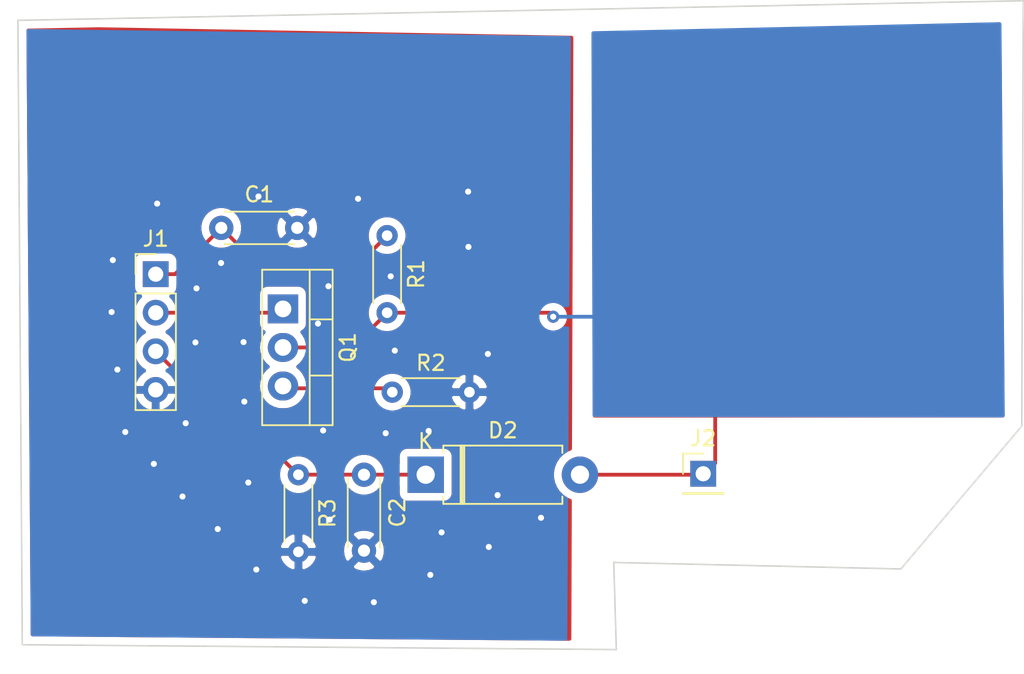
<source format=kicad_pcb>
(kicad_pcb (version 20171130) (host pcbnew 5.99.0+really5.1.10+dfsg1-1)

  (general
    (thickness 1.6)
    (drawings 7)
    (tracks 66)
    (zones 0)
    (modules 9)
    (nets 8)
  )

  (page A4)
  (layers
    (0 F.Cu signal)
    (31 B.Cu signal)
    (32 B.Adhes user)
    (33 F.Adhes user)
    (34 B.Paste user)
    (35 F.Paste user)
    (36 B.SilkS user)
    (37 F.SilkS user)
    (38 B.Mask user)
    (39 F.Mask user)
    (40 Dwgs.User user)
    (41 Cmts.User user)
    (42 Eco1.User user)
    (43 Eco2.User user)
    (44 Edge.Cuts user)
    (45 Margin user)
    (46 B.CrtYd user)
    (47 F.CrtYd user)
    (48 B.Fab user)
    (49 F.Fab user)
  )

  (setup
    (last_trace_width 0.25)
    (trace_clearance 0.2)
    (zone_clearance 0.508)
    (zone_45_only no)
    (trace_min 0.2)
    (via_size 0.8)
    (via_drill 0.4)
    (via_min_size 0.4)
    (via_min_drill 0.3)
    (uvia_size 0.3)
    (uvia_drill 0.1)
    (uvias_allowed no)
    (uvia_min_size 0.2)
    (uvia_min_drill 0.1)
    (edge_width 0.05)
    (segment_width 0.2)
    (pcb_text_width 0.3)
    (pcb_text_size 1.5 1.5)
    (mod_edge_width 0.12)
    (mod_text_size 1 1)
    (mod_text_width 0.15)
    (pad_size 1.524 1.524)
    (pad_drill 0.762)
    (pad_to_mask_clearance 0)
    (aux_axis_origin 0 0)
    (visible_elements FFFFFFFF)
    (pcbplotparams
      (layerselection 0x010f0_ffffffff)
      (usegerberextensions false)
      (usegerberattributes true)
      (usegerberadvancedattributes true)
      (creategerberjobfile true)
      (excludeedgelayer true)
      (linewidth 0.100000)
      (plotframeref false)
      (viasonmask false)
      (mode 1)
      (useauxorigin false)
      (hpglpennumber 1)
      (hpglpenspeed 20)
      (hpglpendiameter 15.000000)
      (psnegative false)
      (psa4output false)
      (plotreference true)
      (plotvalue true)
      (plotinvisibletext false)
      (padsonsilk false)
      (subtractmaskfromsilk false)
      (outputformat 1)
      (mirror false)
      (drillshape 0)
      (scaleselection 1)
      (outputdirectory "../out/"))
  )

  (net 0 "")
  (net 1 GND)
  (net 2 din)
  (net 3 +3V3)
  (net 4 "Net-(Q1-Pad3)")
  (net 5 aout)
  (net 6 "Net-(D2-Pad2)")
  (net 7 "Net-(Q1-Pad2)")

  (net_class Default "This is the default net class."
    (clearance 0.2)
    (trace_width 0.25)
    (via_dia 0.8)
    (via_drill 0.4)
    (uvia_dia 0.3)
    (uvia_drill 0.1)
    (add_net +3V3)
    (add_net GND)
    (add_net "Net-(D2-Pad2)")
    (add_net "Net-(Q1-Pad2)")
    (add_net "Net-(Q1-Pad3)")
    (add_net aout)
    (add_net din)
  )

  (module Connector_PinHeader_2.54mm:PinHeader_1x01_P2.54mm_Vertical (layer F.Cu) (tedit 59FED5CC) (tstamp 60CD5DF1)
    (at 203.95 91.63)
    (descr "Through hole straight pin header, 1x01, 2.54mm pitch, single row")
    (tags "Through hole pin header THT 1x01 2.54mm single row")
    (path /60C11B61/60CE421D)
    (fp_text reference J2 (at 0 -2.33) (layer F.SilkS)
      (effects (font (size 1 1) (thickness 0.15)))
    )
    (fp_text value Conn_01x01_Male (at 0 2.33) (layer F.Fab)
      (effects (font (size 1 1) (thickness 0.15)))
    )
    (fp_text user %R (at 0 0 90) (layer F.Fab)
      (effects (font (size 1 1) (thickness 0.15)))
    )
    (fp_line (start -0.635 -1.27) (end 1.27 -1.27) (layer F.Fab) (width 0.1))
    (fp_line (start 1.27 -1.27) (end 1.27 1.27) (layer F.Fab) (width 0.1))
    (fp_line (start 1.27 1.27) (end -1.27 1.27) (layer F.Fab) (width 0.1))
    (fp_line (start -1.27 1.27) (end -1.27 -0.635) (layer F.Fab) (width 0.1))
    (fp_line (start -1.27 -0.635) (end -0.635 -1.27) (layer F.Fab) (width 0.1))
    (fp_line (start -1.33 1.33) (end 1.33 1.33) (layer F.SilkS) (width 0.12))
    (fp_line (start -1.33 1.27) (end -1.33 1.33) (layer F.SilkS) (width 0.12))
    (fp_line (start 1.33 1.27) (end 1.33 1.33) (layer F.SilkS) (width 0.12))
    (fp_line (start -1.33 1.27) (end 1.33 1.27) (layer F.SilkS) (width 0.12))
    (fp_line (start -1.33 0) (end -1.33 -1.33) (layer F.SilkS) (width 0.12))
    (fp_line (start -1.33 -1.33) (end 0 -1.33) (layer F.SilkS) (width 0.12))
    (fp_line (start -1.8 -1.8) (end -1.8 1.8) (layer F.CrtYd) (width 0.05))
    (fp_line (start -1.8 1.8) (end 1.8 1.8) (layer F.CrtYd) (width 0.05))
    (fp_line (start 1.8 1.8) (end 1.8 -1.8) (layer F.CrtYd) (width 0.05))
    (fp_line (start 1.8 -1.8) (end -1.8 -1.8) (layer F.CrtYd) (width 0.05))
    (pad 1 thru_hole rect (at 0 0) (size 1.7 1.7) (drill 1) (layers *.Cu *.Mask)
      (net 6 "Net-(D2-Pad2)"))
    (model ${KISYS3DMOD}/Connector_PinHeader_2.54mm.3dshapes/PinHeader_1x01_P2.54mm_Vertical.wrl
      (at (xyz 0 0 0))
      (scale (xyz 1 1 1))
      (rotate (xyz 0 0 0))
    )
  )

  (module Resistor_THT:R_Axial_DIN0204_L3.6mm_D1.6mm_P5.08mm_Horizontal (layer F.Cu) (tedit 5AE5139B) (tstamp 60CD4FF6)
    (at 177.292 91.694 270)
    (descr "Resistor, Axial_DIN0204 series, Axial, Horizontal, pin pitch=5.08mm, 0.167W, length*diameter=3.6*1.6mm^2, http://cdn-reichelt.de/documents/datenblatt/B400/1_4W%23YAG.pdf")
    (tags "Resistor Axial_DIN0204 series Axial Horizontal pin pitch 5.08mm 0.167W length 3.6mm diameter 1.6mm")
    (path /60C11B61/60C991BD)
    (fp_text reference R3 (at 2.54 -1.92 90) (layer F.SilkS)
      (effects (font (size 1 1) (thickness 0.15)))
    )
    (fp_text value R (at 2.54 1.92 90) (layer F.Fab)
      (effects (font (size 1 1) (thickness 0.15)))
    )
    (fp_text user %R (at 2.54 0 90) (layer F.Fab)
      (effects (font (size 0.72 0.72) (thickness 0.108)))
    )
    (fp_line (start 0.74 -0.8) (end 0.74 0.8) (layer F.Fab) (width 0.1))
    (fp_line (start 0.74 0.8) (end 4.34 0.8) (layer F.Fab) (width 0.1))
    (fp_line (start 4.34 0.8) (end 4.34 -0.8) (layer F.Fab) (width 0.1))
    (fp_line (start 4.34 -0.8) (end 0.74 -0.8) (layer F.Fab) (width 0.1))
    (fp_line (start 0 0) (end 0.74 0) (layer F.Fab) (width 0.1))
    (fp_line (start 5.08 0) (end 4.34 0) (layer F.Fab) (width 0.1))
    (fp_line (start 0.62 -0.92) (end 4.46 -0.92) (layer F.SilkS) (width 0.12))
    (fp_line (start 0.62 0.92) (end 4.46 0.92) (layer F.SilkS) (width 0.12))
    (fp_line (start -0.95 -1.05) (end -0.95 1.05) (layer F.CrtYd) (width 0.05))
    (fp_line (start -0.95 1.05) (end 6.03 1.05) (layer F.CrtYd) (width 0.05))
    (fp_line (start 6.03 1.05) (end 6.03 -1.05) (layer F.CrtYd) (width 0.05))
    (fp_line (start 6.03 -1.05) (end -0.95 -1.05) (layer F.CrtYd) (width 0.05))
    (pad 2 thru_hole oval (at 5.08 0 270) (size 1.4 1.4) (drill 0.7) (layers *.Cu *.Mask)
      (net 1 GND))
    (pad 1 thru_hole circle (at 0 0 270) (size 1.4 1.4) (drill 0.7) (layers *.Cu *.Mask)
      (net 5 aout))
    (model ${KISYS3DMOD}/Resistor_THT.3dshapes/R_Axial_DIN0204_L3.6mm_D1.6mm_P5.08mm_Horizontal.wrl
      (at (xyz 0 0 0))
      (scale (xyz 1 1 1))
      (rotate (xyz 0 0 0))
    )
  )

  (module Resistor_THT:R_Axial_DIN0204_L3.6mm_D1.6mm_P5.08mm_Horizontal (layer F.Cu) (tedit 5AE5139B) (tstamp 60CD4FE3)
    (at 183.474 86.256)
    (descr "Resistor, Axial_DIN0204 series, Axial, Horizontal, pin pitch=5.08mm, 0.167W, length*diameter=3.6*1.6mm^2, http://cdn-reichelt.de/documents/datenblatt/B400/1_4W%23YAG.pdf")
    (tags "Resistor Axial_DIN0204 series Axial Horizontal pin pitch 5.08mm 0.167W length 3.6mm diameter 1.6mm")
    (path /60C11B61/60C12C69)
    (fp_text reference R2 (at 2.54 -1.92) (layer F.SilkS)
      (effects (font (size 1 1) (thickness 0.15)))
    )
    (fp_text value R (at 2.54 1.92) (layer F.Fab)
      (effects (font (size 1 1) (thickness 0.15)))
    )
    (fp_text user %R (at 2.54 0) (layer F.Fab)
      (effects (font (size 0.72 0.72) (thickness 0.108)))
    )
    (fp_line (start 0.74 -0.8) (end 0.74 0.8) (layer F.Fab) (width 0.1))
    (fp_line (start 0.74 0.8) (end 4.34 0.8) (layer F.Fab) (width 0.1))
    (fp_line (start 4.34 0.8) (end 4.34 -0.8) (layer F.Fab) (width 0.1))
    (fp_line (start 4.34 -0.8) (end 0.74 -0.8) (layer F.Fab) (width 0.1))
    (fp_line (start 0 0) (end 0.74 0) (layer F.Fab) (width 0.1))
    (fp_line (start 5.08 0) (end 4.34 0) (layer F.Fab) (width 0.1))
    (fp_line (start 0.62 -0.92) (end 4.46 -0.92) (layer F.SilkS) (width 0.12))
    (fp_line (start 0.62 0.92) (end 4.46 0.92) (layer F.SilkS) (width 0.12))
    (fp_line (start -0.95 -1.05) (end -0.95 1.05) (layer F.CrtYd) (width 0.05))
    (fp_line (start -0.95 1.05) (end 6.03 1.05) (layer F.CrtYd) (width 0.05))
    (fp_line (start 6.03 1.05) (end 6.03 -1.05) (layer F.CrtYd) (width 0.05))
    (fp_line (start 6.03 -1.05) (end -0.95 -1.05) (layer F.CrtYd) (width 0.05))
    (pad 2 thru_hole oval (at 5.08 0) (size 1.4 1.4) (drill 0.7) (layers *.Cu *.Mask)
      (net 1 GND))
    (pad 1 thru_hole circle (at 0 0) (size 1.4 1.4) (drill 0.7) (layers *.Cu *.Mask)
      (net 4 "Net-(Q1-Pad3)"))
    (model ${KISYS3DMOD}/Resistor_THT.3dshapes/R_Axial_DIN0204_L3.6mm_D1.6mm_P5.08mm_Horizontal.wrl
      (at (xyz 0 0 0))
      (scale (xyz 1 1 1))
      (rotate (xyz 0 0 0))
    )
  )

  (module Resistor_THT:R_Axial_DIN0204_L3.6mm_D1.6mm_P5.08mm_Horizontal (layer F.Cu) (tedit 5AE5139B) (tstamp 60CD4FD0)
    (at 183.134 75.946 270)
    (descr "Resistor, Axial_DIN0204 series, Axial, Horizontal, pin pitch=5.08mm, 0.167W, length*diameter=3.6*1.6mm^2, http://cdn-reichelt.de/documents/datenblatt/B400/1_4W%23YAG.pdf")
    (tags "Resistor Axial_DIN0204 series Axial Horizontal pin pitch 5.08mm 0.167W length 3.6mm diameter 1.6mm")
    (path /60C11B61/60C93D6F)
    (fp_text reference R1 (at 2.54 -1.92 90) (layer F.SilkS)
      (effects (font (size 1 1) (thickness 0.15)))
    )
    (fp_text value R (at 2.54 1.92 90) (layer F.Fab)
      (effects (font (size 1 1) (thickness 0.15)))
    )
    (fp_text user %R (at 2.54 0 90) (layer F.Fab)
      (effects (font (size 0.72 0.72) (thickness 0.108)))
    )
    (fp_line (start 0.74 -0.8) (end 0.74 0.8) (layer F.Fab) (width 0.1))
    (fp_line (start 0.74 0.8) (end 4.34 0.8) (layer F.Fab) (width 0.1))
    (fp_line (start 4.34 0.8) (end 4.34 -0.8) (layer F.Fab) (width 0.1))
    (fp_line (start 4.34 -0.8) (end 0.74 -0.8) (layer F.Fab) (width 0.1))
    (fp_line (start 0 0) (end 0.74 0) (layer F.Fab) (width 0.1))
    (fp_line (start 5.08 0) (end 4.34 0) (layer F.Fab) (width 0.1))
    (fp_line (start 0.62 -0.92) (end 4.46 -0.92) (layer F.SilkS) (width 0.12))
    (fp_line (start 0.62 0.92) (end 4.46 0.92) (layer F.SilkS) (width 0.12))
    (fp_line (start -0.95 -1.05) (end -0.95 1.05) (layer F.CrtYd) (width 0.05))
    (fp_line (start -0.95 1.05) (end 6.03 1.05) (layer F.CrtYd) (width 0.05))
    (fp_line (start 6.03 1.05) (end 6.03 -1.05) (layer F.CrtYd) (width 0.05))
    (fp_line (start 6.03 -1.05) (end -0.95 -1.05) (layer F.CrtYd) (width 0.05))
    (pad 2 thru_hole oval (at 5.08 0 270) (size 1.4 1.4) (drill 0.7) (layers *.Cu *.Mask)
      (net 7 "Net-(Q1-Pad2)"))
    (pad 1 thru_hole circle (at 0 0 270) (size 1.4 1.4) (drill 0.7) (layers *.Cu *.Mask)
      (net 3 +3V3))
    (model ${KISYS3DMOD}/Resistor_THT.3dshapes/R_Axial_DIN0204_L3.6mm_D1.6mm_P5.08mm_Horizontal.wrl
      (at (xyz 0 0 0))
      (scale (xyz 1 1 1))
      (rotate (xyz 0 0 0))
    )
  )

  (module Package_TO_SOT_THT:TO-220-3_Vertical (layer F.Cu) (tedit 5AC8BA0D) (tstamp 60CD4FBD)
    (at 176.276 80.772 270)
    (descr "TO-220-3, Vertical, RM 2.54mm, see https://www.vishay.com/docs/66542/to-220-1.pdf")
    (tags "TO-220-3 Vertical RM 2.54mm")
    (path /60C11B61/60C127AE)
    (fp_text reference Q1 (at 2.54 -4.27 90) (layer F.SilkS)
      (effects (font (size 1 1) (thickness 0.15)))
    )
    (fp_text value FQP27P06 (at 2.54 2.5 90) (layer F.Fab)
      (effects (font (size 1 1) (thickness 0.15)))
    )
    (fp_text user %R (at 2.54 -4.27 90) (layer F.Fab)
      (effects (font (size 1 1) (thickness 0.15)))
    )
    (fp_line (start -2.46 -3.15) (end -2.46 1.25) (layer F.Fab) (width 0.1))
    (fp_line (start -2.46 1.25) (end 7.54 1.25) (layer F.Fab) (width 0.1))
    (fp_line (start 7.54 1.25) (end 7.54 -3.15) (layer F.Fab) (width 0.1))
    (fp_line (start 7.54 -3.15) (end -2.46 -3.15) (layer F.Fab) (width 0.1))
    (fp_line (start -2.46 -1.88) (end 7.54 -1.88) (layer F.Fab) (width 0.1))
    (fp_line (start 0.69 -3.15) (end 0.69 -1.88) (layer F.Fab) (width 0.1))
    (fp_line (start 4.39 -3.15) (end 4.39 -1.88) (layer F.Fab) (width 0.1))
    (fp_line (start -2.58 -3.27) (end 7.66 -3.27) (layer F.SilkS) (width 0.12))
    (fp_line (start -2.58 1.371) (end 7.66 1.371) (layer F.SilkS) (width 0.12))
    (fp_line (start -2.58 -3.27) (end -2.58 1.371) (layer F.SilkS) (width 0.12))
    (fp_line (start 7.66 -3.27) (end 7.66 1.371) (layer F.SilkS) (width 0.12))
    (fp_line (start -2.58 -1.76) (end 7.66 -1.76) (layer F.SilkS) (width 0.12))
    (fp_line (start 0.69 -3.27) (end 0.69 -1.76) (layer F.SilkS) (width 0.12))
    (fp_line (start 4.391 -3.27) (end 4.391 -1.76) (layer F.SilkS) (width 0.12))
    (fp_line (start -2.71 -3.4) (end -2.71 1.51) (layer F.CrtYd) (width 0.05))
    (fp_line (start -2.71 1.51) (end 7.79 1.51) (layer F.CrtYd) (width 0.05))
    (fp_line (start 7.79 1.51) (end 7.79 -3.4) (layer F.CrtYd) (width 0.05))
    (fp_line (start 7.79 -3.4) (end -2.71 -3.4) (layer F.CrtYd) (width 0.05))
    (pad 3 thru_hole oval (at 5.08 0 270) (size 1.905 2) (drill 1.1) (layers *.Cu *.Mask)
      (net 4 "Net-(Q1-Pad3)"))
    (pad 2 thru_hole oval (at 2.54 0 270) (size 1.905 2) (drill 1.1) (layers *.Cu *.Mask)
      (net 7 "Net-(Q1-Pad2)"))
    (pad 1 thru_hole rect (at 0 0 270) (size 1.905 2) (drill 1.1) (layers *.Cu *.Mask)
      (net 2 din))
    (model ${KISYS3DMOD}/Package_TO_SOT_THT.3dshapes/TO-220-3_Vertical.wrl
      (at (xyz 0 0 0))
      (scale (xyz 1 1 1))
      (rotate (xyz 0 0 0))
    )
  )

  (module Connector_PinHeader_2.54mm:PinHeader_1x04_P2.54mm_Vertical (layer F.Cu) (tedit 59FED5CC) (tstamp 60CD4FA3)
    (at 167.894 78.486)
    (descr "Through hole straight pin header, 1x04, 2.54mm pitch, single row")
    (tags "Through hole pin header THT 1x04 2.54mm single row")
    (path /60C11B61/60C2805B)
    (fp_text reference J1 (at 0 -2.33) (layer F.SilkS)
      (effects (font (size 1 1) (thickness 0.15)))
    )
    (fp_text value Conn_01x04_Male (at 0 9.95) (layer F.Fab)
      (effects (font (size 1 1) (thickness 0.15)))
    )
    (fp_text user %R (at 0 3.81 90) (layer F.Fab)
      (effects (font (size 1 1) (thickness 0.15)))
    )
    (fp_line (start -0.635 -1.27) (end 1.27 -1.27) (layer F.Fab) (width 0.1))
    (fp_line (start 1.27 -1.27) (end 1.27 8.89) (layer F.Fab) (width 0.1))
    (fp_line (start 1.27 8.89) (end -1.27 8.89) (layer F.Fab) (width 0.1))
    (fp_line (start -1.27 8.89) (end -1.27 -0.635) (layer F.Fab) (width 0.1))
    (fp_line (start -1.27 -0.635) (end -0.635 -1.27) (layer F.Fab) (width 0.1))
    (fp_line (start -1.33 8.95) (end 1.33 8.95) (layer F.SilkS) (width 0.12))
    (fp_line (start -1.33 1.27) (end -1.33 8.95) (layer F.SilkS) (width 0.12))
    (fp_line (start 1.33 1.27) (end 1.33 8.95) (layer F.SilkS) (width 0.12))
    (fp_line (start -1.33 1.27) (end 1.33 1.27) (layer F.SilkS) (width 0.12))
    (fp_line (start -1.33 0) (end -1.33 -1.33) (layer F.SilkS) (width 0.12))
    (fp_line (start -1.33 -1.33) (end 0 -1.33) (layer F.SilkS) (width 0.12))
    (fp_line (start -1.8 -1.8) (end -1.8 9.4) (layer F.CrtYd) (width 0.05))
    (fp_line (start -1.8 9.4) (end 1.8 9.4) (layer F.CrtYd) (width 0.05))
    (fp_line (start 1.8 9.4) (end 1.8 -1.8) (layer F.CrtYd) (width 0.05))
    (fp_line (start 1.8 -1.8) (end -1.8 -1.8) (layer F.CrtYd) (width 0.05))
    (pad 4 thru_hole oval (at 0 7.62) (size 1.7 1.7) (drill 1) (layers *.Cu *.Mask)
      (net 1 GND))
    (pad 3 thru_hole oval (at 0 5.08) (size 1.7 1.7) (drill 1) (layers *.Cu *.Mask)
      (net 5 aout))
    (pad 2 thru_hole oval (at 0 2.54) (size 1.7 1.7) (drill 1) (layers *.Cu *.Mask)
      (net 2 din))
    (pad 1 thru_hole rect (at 0 0) (size 1.7 1.7) (drill 1) (layers *.Cu *.Mask)
      (net 3 +3V3))
    (model ${KISYS3DMOD}/Connector_PinHeader_2.54mm.3dshapes/PinHeader_1x04_P2.54mm_Vertical.wrl
      (at (xyz 0 0 0))
      (scale (xyz 1 1 1))
      (rotate (xyz 0 0 0))
    )
  )

  (module Diode_THT:D_DO-15_P10.16mm_Horizontal (layer F.Cu) (tedit 5AE50CD5) (tstamp 60CD4F8B)
    (at 185.674 91.694)
    (descr "Diode, DO-15 series, Axial, Horizontal, pin pitch=10.16mm, , length*diameter=7.6*3.6mm^2, , http://www.diodes.com/_files/packages/DO-15.pdf")
    (tags "Diode DO-15 series Axial Horizontal pin pitch 10.16mm  length 7.6mm diameter 3.6mm")
    (path /60C11B61/60C978B9)
    (fp_text reference D2 (at 5.08 -2.92) (layer F.SilkS)
      (effects (font (size 1 1) (thickness 0.15)))
    )
    (fp_text value D (at 5.08 2.92) (layer F.Fab)
      (effects (font (size 1 1) (thickness 0.15)))
    )
    (fp_text user K (at 0 -2.2) (layer F.SilkS)
      (effects (font (size 1 1) (thickness 0.15)))
    )
    (fp_text user K (at 0 -2.2) (layer F.Fab)
      (effects (font (size 1 1) (thickness 0.15)))
    )
    (fp_text user %R (at 5.65 0) (layer F.Fab)
      (effects (font (size 1 1) (thickness 0.15)))
    )
    (fp_line (start 1.28 -1.8) (end 1.28 1.8) (layer F.Fab) (width 0.1))
    (fp_line (start 1.28 1.8) (end 8.88 1.8) (layer F.Fab) (width 0.1))
    (fp_line (start 8.88 1.8) (end 8.88 -1.8) (layer F.Fab) (width 0.1))
    (fp_line (start 8.88 -1.8) (end 1.28 -1.8) (layer F.Fab) (width 0.1))
    (fp_line (start 0 0) (end 1.28 0) (layer F.Fab) (width 0.1))
    (fp_line (start 10.16 0) (end 8.88 0) (layer F.Fab) (width 0.1))
    (fp_line (start 2.42 -1.8) (end 2.42 1.8) (layer F.Fab) (width 0.1))
    (fp_line (start 2.52 -1.8) (end 2.52 1.8) (layer F.Fab) (width 0.1))
    (fp_line (start 2.32 -1.8) (end 2.32 1.8) (layer F.Fab) (width 0.1))
    (fp_line (start 1.16 -1.44) (end 1.16 -1.92) (layer F.SilkS) (width 0.12))
    (fp_line (start 1.16 -1.92) (end 9 -1.92) (layer F.SilkS) (width 0.12))
    (fp_line (start 9 -1.92) (end 9 -1.44) (layer F.SilkS) (width 0.12))
    (fp_line (start 1.16 1.44) (end 1.16 1.92) (layer F.SilkS) (width 0.12))
    (fp_line (start 1.16 1.92) (end 9 1.92) (layer F.SilkS) (width 0.12))
    (fp_line (start 9 1.92) (end 9 1.44) (layer F.SilkS) (width 0.12))
    (fp_line (start 2.42 -1.92) (end 2.42 1.92) (layer F.SilkS) (width 0.12))
    (fp_line (start 2.54 -1.92) (end 2.54 1.92) (layer F.SilkS) (width 0.12))
    (fp_line (start 2.3 -1.92) (end 2.3 1.92) (layer F.SilkS) (width 0.12))
    (fp_line (start -1.45 -2.05) (end -1.45 2.05) (layer F.CrtYd) (width 0.05))
    (fp_line (start -1.45 2.05) (end 11.61 2.05) (layer F.CrtYd) (width 0.05))
    (fp_line (start 11.61 2.05) (end 11.61 -2.05) (layer F.CrtYd) (width 0.05))
    (fp_line (start 11.61 -2.05) (end -1.45 -2.05) (layer F.CrtYd) (width 0.05))
    (pad 2 thru_hole oval (at 10.16 0) (size 2.4 2.4) (drill 1.2) (layers *.Cu *.Mask)
      (net 6 "Net-(D2-Pad2)"))
    (pad 1 thru_hole rect (at 0 0) (size 2.4 2.4) (drill 1.2) (layers *.Cu *.Mask)
      (net 5 aout))
    (model ${KISYS3DMOD}/Diode_THT.3dshapes/D_DO-15_P10.16mm_Horizontal.wrl
      (at (xyz 0 0 0))
      (scale (xyz 1 1 1))
      (rotate (xyz 0 0 0))
    )
  )

  (module Capacitor_THT:C_Disc_D4.3mm_W1.9mm_P5.00mm (layer F.Cu) (tedit 5AE50EF0) (tstamp 60CD4F6C)
    (at 181.61 91.694 270)
    (descr "C, Disc series, Radial, pin pitch=5.00mm, , diameter*width=4.3*1.9mm^2, Capacitor, http://www.vishay.com/docs/45233/krseries.pdf")
    (tags "C Disc series Radial pin pitch 5.00mm  diameter 4.3mm width 1.9mm Capacitor")
    (path /60C11B61/60C98A5C)
    (fp_text reference C2 (at 2.5 -2.2 90) (layer F.SilkS)
      (effects (font (size 1 1) (thickness 0.15)))
    )
    (fp_text value C (at 2.5 2.2 90) (layer F.Fab)
      (effects (font (size 1 1) (thickness 0.15)))
    )
    (fp_text user %R (at 2.5 0 90) (layer F.Fab)
      (effects (font (size 0.86 0.86) (thickness 0.129)))
    )
    (fp_line (start 0.35 -0.95) (end 0.35 0.95) (layer F.Fab) (width 0.1))
    (fp_line (start 0.35 0.95) (end 4.65 0.95) (layer F.Fab) (width 0.1))
    (fp_line (start 4.65 0.95) (end 4.65 -0.95) (layer F.Fab) (width 0.1))
    (fp_line (start 4.65 -0.95) (end 0.35 -0.95) (layer F.Fab) (width 0.1))
    (fp_line (start 0.23 -1.07) (end 4.77 -1.07) (layer F.SilkS) (width 0.12))
    (fp_line (start 0.23 1.07) (end 4.77 1.07) (layer F.SilkS) (width 0.12))
    (fp_line (start 0.23 -1.07) (end 0.23 -1.055) (layer F.SilkS) (width 0.12))
    (fp_line (start 0.23 1.055) (end 0.23 1.07) (layer F.SilkS) (width 0.12))
    (fp_line (start 4.77 -1.07) (end 4.77 -1.055) (layer F.SilkS) (width 0.12))
    (fp_line (start 4.77 1.055) (end 4.77 1.07) (layer F.SilkS) (width 0.12))
    (fp_line (start -1.05 -1.2) (end -1.05 1.2) (layer F.CrtYd) (width 0.05))
    (fp_line (start -1.05 1.2) (end 6.05 1.2) (layer F.CrtYd) (width 0.05))
    (fp_line (start 6.05 1.2) (end 6.05 -1.2) (layer F.CrtYd) (width 0.05))
    (fp_line (start 6.05 -1.2) (end -1.05 -1.2) (layer F.CrtYd) (width 0.05))
    (pad 2 thru_hole circle (at 5 0 270) (size 1.6 1.6) (drill 0.8) (layers *.Cu *.Mask)
      (net 1 GND))
    (pad 1 thru_hole circle (at 0 0 270) (size 1.6 1.6) (drill 0.8) (layers *.Cu *.Mask)
      (net 5 aout))
    (model ${KISYS3DMOD}/Capacitor_THT.3dshapes/C_Disc_D4.3mm_W1.9mm_P5.00mm.wrl
      (at (xyz 0 0 0))
      (scale (xyz 1 1 1))
      (rotate (xyz 0 0 0))
    )
  )

  (module Capacitor_THT:C_Disc_D4.3mm_W1.9mm_P5.00mm (layer F.Cu) (tedit 5AE50EF0) (tstamp 60CD4F57)
    (at 172.212 75.438)
    (descr "C, Disc series, Radial, pin pitch=5.00mm, , diameter*width=4.3*1.9mm^2, Capacitor, http://www.vishay.com/docs/45233/krseries.pdf")
    (tags "C Disc series Radial pin pitch 5.00mm  diameter 4.3mm width 1.9mm Capacitor")
    (path /60C11B61/60C143B1)
    (fp_text reference C1 (at 2.5 -2.2) (layer F.SilkS)
      (effects (font (size 1 1) (thickness 0.15)))
    )
    (fp_text value C (at 2.5 2.2) (layer F.Fab)
      (effects (font (size 1 1) (thickness 0.15)))
    )
    (fp_text user %R (at 2.5 0) (layer F.Fab)
      (effects (font (size 0.86 0.86) (thickness 0.129)))
    )
    (fp_line (start 0.35 -0.95) (end 0.35 0.95) (layer F.Fab) (width 0.1))
    (fp_line (start 0.35 0.95) (end 4.65 0.95) (layer F.Fab) (width 0.1))
    (fp_line (start 4.65 0.95) (end 4.65 -0.95) (layer F.Fab) (width 0.1))
    (fp_line (start 4.65 -0.95) (end 0.35 -0.95) (layer F.Fab) (width 0.1))
    (fp_line (start 0.23 -1.07) (end 4.77 -1.07) (layer F.SilkS) (width 0.12))
    (fp_line (start 0.23 1.07) (end 4.77 1.07) (layer F.SilkS) (width 0.12))
    (fp_line (start 0.23 -1.07) (end 0.23 -1.055) (layer F.SilkS) (width 0.12))
    (fp_line (start 0.23 1.055) (end 0.23 1.07) (layer F.SilkS) (width 0.12))
    (fp_line (start 4.77 -1.07) (end 4.77 -1.055) (layer F.SilkS) (width 0.12))
    (fp_line (start 4.77 1.055) (end 4.77 1.07) (layer F.SilkS) (width 0.12))
    (fp_line (start -1.05 -1.2) (end -1.05 1.2) (layer F.CrtYd) (width 0.05))
    (fp_line (start -1.05 1.2) (end 6.05 1.2) (layer F.CrtYd) (width 0.05))
    (fp_line (start 6.05 1.2) (end 6.05 -1.2) (layer F.CrtYd) (width 0.05))
    (fp_line (start 6.05 -1.2) (end -1.05 -1.2) (layer F.CrtYd) (width 0.05))
    (pad 2 thru_hole circle (at 5 0) (size 1.6 1.6) (drill 0.8) (layers *.Cu *.Mask)
      (net 1 GND))
    (pad 1 thru_hole circle (at 0 0) (size 1.6 1.6) (drill 0.8) (layers *.Cu *.Mask)
      (net 3 +3V3))
    (model ${KISYS3DMOD}/Capacitor_THT.3dshapes/C_Disc_D4.3mm_W1.9mm_P5.00mm.wrl
      (at (xyz 0 0 0))
      (scale (xyz 1 1 1))
      (rotate (xyz 0 0 0))
    )
  )

  (gr_line (start 225.03 60.48) (end 224.93 88.49) (layer Edge.Cuts) (width 0.1))
  (gr_line (start 158.82 61.77) (end 225.03 60.48) (layer Edge.Cuts) (width 0.1))
  (gr_line (start 159.11 102.89) (end 158.82 61.77) (layer Edge.Cuts) (width 0.1))
  (gr_line (start 198.23 103.21) (end 159.11 102.89) (layer Edge.Cuts) (width 0.1))
  (gr_line (start 198.06 97.47) (end 198.23 103.21) (layer Edge.Cuts) (width 0.1))
  (gr_line (start 216.97 97.9) (end 198.06 97.47) (layer Edge.Cuts) (width 0.1))
  (gr_line (start 224.93 88.49) (end 216.97 97.9) (layer Edge.Cuts) (width 0.1))

  (via (at 170.51 82.98) (size 0.8) (drill 0.4) (layers F.Cu B.Cu) (net 1))
  (via (at 173.68 82.96) (size 0.8) (drill 0.4) (layers F.Cu B.Cu) (net 1))
  (via (at 173.73 86.88) (size 0.8) (drill 0.4) (layers F.Cu B.Cu) (net 1))
  (via (at 178.92 88.78) (size 0.8) (drill 0.4) (layers F.Cu B.Cu) (net 1))
  (via (at 185.87 88.81) (size 0.8) (drill 0.4) (layers F.Cu B.Cu) (net 1))
  (via (at 183.64 83.52) (size 0.8) (drill 0.4) (layers F.Cu B.Cu) (net 1))
  (via (at 189.77 83.74) (size 0.8) (drill 0.4) (layers F.Cu B.Cu) (net 1))
  (via (at 170.58 79.42) (size 0.8) (drill 0.4) (layers F.Cu B.Cu) (net 1))
  (via (at 172.2 77.75) (size 0.8) (drill 0.4) (layers F.Cu B.Cu) (net 1))
  (via (at 179.27 79.28) (size 0.8) (drill 0.4) (layers F.Cu B.Cu) (net 1))
  (via (at 178.58 81.74) (size 0.8) (drill 0.4) (layers F.Cu B.Cu) (net 1))
  (via (at 183.37 78.63) (size 0.8) (drill 0.4) (layers F.Cu B.Cu) (net 1))
  (via (at 165.07 77.56) (size 0.8) (drill 0.4) (layers F.Cu B.Cu) (net 1))
  (via (at 164.99 80.98) (size 0.8) (drill 0.4) (layers F.Cu B.Cu) (net 1))
  (via (at 165.37 84.77) (size 0.8) (drill 0.4) (layers F.Cu B.Cu) (net 1))
  (via (at 165.89 88.88) (size 0.8) (drill 0.4) (layers F.Cu B.Cu) (net 1))
  (via (at 167.77 90.98) (size 0.8) (drill 0.4) (layers F.Cu B.Cu) (net 1))
  (via (at 169.66 93.13) (size 0.8) (drill 0.4) (layers F.Cu B.Cu) (net 1))
  (via (at 171.98 95.27) (size 0.8) (drill 0.4) (layers F.Cu B.Cu) (net 1))
  (via (at 174.52 97.94) (size 0.8) (drill 0.4) (layers F.Cu B.Cu) (net 1))
  (via (at 177.71 100) (size 0.8) (drill 0.4) (layers F.Cu B.Cu) (net 1))
  (via (at 182.26 100.09) (size 0.8) (drill 0.4) (layers F.Cu B.Cu) (net 1))
  (via (at 185.98 98.29) (size 0.8) (drill 0.4) (layers F.Cu B.Cu) (net 1))
  (via (at 189.83 96.45) (size 0.8) (drill 0.4) (layers F.Cu B.Cu) (net 1))
  (via (at 193.27 94.53) (size 0.8) (drill 0.4) (layers F.Cu B.Cu) (net 1))
  (via (at 188.47 73.05) (size 0.8) (drill 0.4) (layers F.Cu B.Cu) (net 1))
  (via (at 181.22 73.52) (size 0.8) (drill 0.4) (layers F.Cu B.Cu) (net 1))
  (via (at 174.66 73.37) (size 0.8) (drill 0.4) (layers F.Cu B.Cu) (net 1))
  (via (at 167.99 73.84) (size 0.8) (drill 0.4) (layers F.Cu B.Cu) (net 1))
  (via (at 188.49 76.69) (size 0.8) (drill 0.4) (layers F.Cu B.Cu) (net 1))
  (via (at 190.41 93.04) (size 0.8) (drill 0.4) (layers F.Cu B.Cu) (net 1))
  (via (at 186.72 95.49) (size 0.8) (drill 0.4) (layers F.Cu B.Cu) (net 1))
  (via (at 179.35 94.65) (size 0.8) (drill 0.4) (layers F.Cu B.Cu) (net 1))
  (via (at 173.99 92.21) (size 0.8) (drill 0.4) (layers F.Cu B.Cu) (net 1))
  (via (at 169.87 88.3) (size 0.8) (drill 0.4) (layers F.Cu B.Cu) (net 1))
  (via (at 183.04 88.96) (size 0.8) (drill 0.4) (layers F.Cu B.Cu) (net 1))
  (segment (start 167.894 81.026) (end 175.768 81.026) (width 0.25) (layer F.Cu) (net 2))
  (segment (start 175.768 81.026) (end 176.022 80.772) (width 0.25) (layer F.Cu) (net 2))
  (segment (start 167.894 78.486) (end 169.164 78.486) (width 0.25) (layer F.Cu) (net 3))
  (segment (start 169.164 78.486) (end 172.212 75.438) (width 0.25) (layer F.Cu) (net 3))
  (segment (start 172.212 75.438) (end 174.498 77.724) (width 0.25) (layer F.Cu) (net 3))
  (segment (start 174.498 77.724) (end 181.356 77.724) (width 0.25) (layer F.Cu) (net 3))
  (segment (start 181.356 77.724) (end 183.134 75.946) (width 0.25) (layer F.Cu) (net 3))
  (segment (start 179.156 86.002) (end 183.092 86.002) (width 0.25) (layer F.Cu) (net 4))
  (segment (start 183.092 86.002) (end 183.38 86.29) (width 0.25) (layer F.Cu) (net 4))
  (segment (start 179.156 86.002) (end 176.482 86.002) (width 0.25) (layer F.Cu) (net 4))
  (segment (start 176.482 86.002) (end 176.29 85.81) (width 0.25) (layer F.Cu) (net 4))
  (segment (start 167.894 83.566) (end 173.65 89.322) (width 0.25) (layer F.Cu) (net 5))
  (segment (start 173.65 89.322) (end 174.892 89.322) (width 0.25) (layer F.Cu) (net 5))
  (segment (start 174.892 89.322) (end 177.19 91.62) (width 0.25) (layer F.Cu) (net 5))
  (segment (start 177.19 91.62) (end 177.26 91.69) (width 0.25) (layer F.Cu) (net 5))
  (segment (start 177.26 91.69) (end 181.52 91.69) (width 0.25) (layer F.Cu) (net 5))
  (segment (start 181.52 91.69) (end 185.65 91.69) (width 0.25) (layer F.Cu) (net 5))
  (segment (start 195.834 91.694) (end 203.966 91.694) (width 0.25) (layer F.Cu) (net 6))
  (segment (start 203.966 91.694) (end 204.02 91.64) (width 0.25) (layer F.Cu) (net 6))
  (segment (start 204.02 91.64) (end 204.74 90.92) (width 0.25) (layer F.Cu) (net 6))
  (segment (start 204.74 90.92) (end 204.74 83.47) (width 0.25) (layer F.Cu) (net 6))
  (segment (start 176.276 83.312) (end 180.858 83.312) (width 0.25) (layer F.Cu) (net 7))
  (segment (start 180.858 83.312) (end 183.19 80.98) (width 0.25) (layer F.Cu) (net 7))
  (segment (start 183.19 80.98) (end 183.52 81.31) (width 0.25) (layer F.Cu) (net 7))
  (segment (start 183.134 81.026) (end 190.776 81.026) (width 0.25) (layer F.Cu) (net 7))
  (via (at 194.07 81.29) (size 0.8) (drill 0.4) (layers F.Cu B.Cu) (net 7))
  (segment (start 193.806 81.026) (end 194.07 81.29) (width 0.25) (layer F.Cu) (net 7))
  (segment (start 190.776 81.026) (end 193.806 81.026) (width 0.25) (layer F.Cu) (net 7))
  (segment (start 194.07 81.29) (end 197.9 81.29) (width 0.25) (layer B.Cu) (net 7))
  (segment (start 197.9 81.29) (end 198 81.39) (width 0.25) (layer B.Cu) (net 7))

  (zone (net 6) (net_name "Net-(D2-Pad2)") (layer F.Cu) (tstamp 0) (hatch edge 0.508)
    (connect_pads (clearance 0.508))
    (min_thickness 0.254)
    (fill yes (arc_segments 32) (thermal_gap 0.508) (thermal_bridge_width 0.508))
    (polygon
      (pts
        (xy 223.8 87.93) (xy 196.68 87.93) (xy 196.68 62.55) (xy 223.58 61.9)
      )
    )
    (filled_polygon
      (pts
        (xy 223.671923 87.803) (xy 196.807 87.803) (xy 196.807 62.673968) (xy 223.454095 62.030079)
      )
    )
  )
  (zone (net 7) (net_name "Net-(Q1-Pad2)") (layer B.Cu) (tstamp 0) (hatch edge 0.508)
    (connect_pads (clearance 0.508))
    (min_thickness 0.254)
    (fill yes (arc_segments 32) (thermal_gap 0.508) (thermal_bridge_width 0.508))
    (polygon
      (pts
        (xy 223.81 87.92) (xy 196.67 87.89) (xy 196.59 62.49) (xy 223.59 61.89)
      )
    )
    (filled_polygon
      (pts
        (xy 223.681921 87.792858) (xy 196.796601 87.76314) (xy 196.717391 62.614201) (xy 223.464093 62.01983)
      )
    )
  )
  (zone (net 1) (net_name GND) (layer F.Cu) (tstamp 0) (hatch edge 0.508)
    (connect_pads (clearance 0.508))
    (min_thickness 0.254)
    (fill yes (arc_segments 32) (thermal_gap 0.508) (thermal_bridge_width 0.508))
    (polygon
      (pts
        (xy 195.4 62.79) (xy 195.26 104.41) (xy 157.89 104.84) (xy 157.83 62.11)
      )
    )
    (filled_polygon
      (pts
        (xy 195.27258 62.914714) (xy 195.181545 89.978066) (xy 194.964801 90.067844) (xy 194.664256 90.268662) (xy 194.408662 90.524256)
        (xy 194.207844 90.824801) (xy 194.069518 91.15875) (xy 193.999 91.513268) (xy 193.999 91.874732) (xy 194.069518 92.22925)
        (xy 194.207844 92.563199) (xy 194.408662 92.863744) (xy 194.664256 93.119338) (xy 194.964801 93.320156) (xy 195.170017 93.405159)
        (xy 195.139425 102.499697) (xy 159.790225 102.210542) (xy 159.754235 97.10733) (xy 175.999278 97.10733) (xy 176.089147 97.353123)
        (xy 176.225241 97.57666) (xy 176.40233 97.769351) (xy 176.613608 97.923792) (xy 176.850956 98.034047) (xy 176.958671 98.066716)
        (xy 177.165 97.943374) (xy 177.165 96.901) (xy 177.419 96.901) (xy 177.419 97.943374) (xy 177.625329 98.066716)
        (xy 177.733044 98.034047) (xy 177.970392 97.923792) (xy 178.18167 97.769351) (xy 178.257626 97.686702) (xy 180.796903 97.686702)
        (xy 180.868486 97.930671) (xy 181.123996 98.051571) (xy 181.398184 98.1203) (xy 181.680512 98.134217) (xy 181.96013 98.092787)
        (xy 182.226292 97.997603) (xy 182.351514 97.930671) (xy 182.423097 97.686702) (xy 181.61 96.873605) (xy 180.796903 97.686702)
        (xy 178.257626 97.686702) (xy 178.358759 97.57666) (xy 178.494853 97.353123) (xy 178.584722 97.10733) (xy 178.462201 96.901)
        (xy 177.419 96.901) (xy 177.165 96.901) (xy 176.121799 96.901) (xy 175.999278 97.10733) (xy 159.754235 97.10733)
        (xy 159.751818 96.764512) (xy 180.169783 96.764512) (xy 180.211213 97.04413) (xy 180.306397 97.310292) (xy 180.373329 97.435514)
        (xy 180.617298 97.507097) (xy 181.430395 96.694) (xy 181.789605 96.694) (xy 182.602702 97.507097) (xy 182.846671 97.435514)
        (xy 182.967571 97.180004) (xy 183.0363 96.905816) (xy 183.050217 96.623488) (xy 183.008787 96.34387) (xy 182.913603 96.077708)
        (xy 182.846671 95.952486) (xy 182.602702 95.880903) (xy 181.789605 96.694) (xy 181.430395 96.694) (xy 180.617298 95.880903)
        (xy 180.373329 95.952486) (xy 180.252429 96.207996) (xy 180.1837 96.482184) (xy 180.169783 96.764512) (xy 159.751818 96.764512)
        (xy 159.749534 96.44067) (xy 175.999278 96.44067) (xy 176.121799 96.647) (xy 177.165 96.647) (xy 177.165 95.604626)
        (xy 177.419 95.604626) (xy 177.419 96.647) (xy 178.462201 96.647) (xy 178.584722 96.44067) (xy 178.494853 96.194877)
        (xy 178.358759 95.97134) (xy 178.18167 95.778649) (xy 178.075853 95.701298) (xy 180.796903 95.701298) (xy 181.61 96.514395)
        (xy 182.423097 95.701298) (xy 182.351514 95.457329) (xy 182.096004 95.336429) (xy 181.821816 95.2677) (xy 181.539488 95.253783)
        (xy 181.25987 95.295213) (xy 180.993708 95.390397) (xy 180.868486 95.457329) (xy 180.796903 95.701298) (xy 178.075853 95.701298)
        (xy 177.970392 95.624208) (xy 177.733044 95.513953) (xy 177.625329 95.481284) (xy 177.419 95.604626) (xy 177.165 95.604626)
        (xy 176.958671 95.481284) (xy 176.850956 95.513953) (xy 176.613608 95.624208) (xy 176.40233 95.778649) (xy 176.225241 95.97134)
        (xy 176.089147 96.194877) (xy 175.999278 96.44067) (xy 159.749534 96.44067) (xy 159.679165 86.46289) (xy 166.452524 86.46289)
        (xy 166.497175 86.610099) (xy 166.622359 86.87292) (xy 166.796412 87.106269) (xy 167.012645 87.301178) (xy 167.262748 87.450157)
        (xy 167.537109 87.547481) (xy 167.767 87.426814) (xy 167.767 86.233) (xy 166.573845 86.233) (xy 166.452524 86.46289)
        (xy 159.679165 86.46289) (xy 159.616912 77.636) (xy 166.405928 77.636) (xy 166.405928 79.336) (xy 166.418188 79.460482)
        (xy 166.454498 79.58018) (xy 166.513463 79.690494) (xy 166.592815 79.787185) (xy 166.689506 79.866537) (xy 166.79982 79.925502)
        (xy 166.87238 79.947513) (xy 166.740525 80.079368) (xy 166.57801 80.322589) (xy 166.466068 80.592842) (xy 166.409 80.87974)
        (xy 166.409 81.17226) (xy 166.466068 81.459158) (xy 166.57801 81.729411) (xy 166.740525 81.972632) (xy 166.947368 82.179475)
        (xy 167.12176 82.296) (xy 166.947368 82.412525) (xy 166.740525 82.619368) (xy 166.57801 82.862589) (xy 166.466068 83.132842)
        (xy 166.409 83.41974) (xy 166.409 83.71226) (xy 166.466068 83.999158) (xy 166.57801 84.269411) (xy 166.740525 84.512632)
        (xy 166.947368 84.719475) (xy 167.129534 84.841195) (xy 167.012645 84.910822) (xy 166.796412 85.105731) (xy 166.622359 85.33908)
        (xy 166.497175 85.601901) (xy 166.452524 85.74911) (xy 166.573845 85.979) (xy 167.767 85.979) (xy 167.767 85.959)
        (xy 168.021 85.959) (xy 168.021 85.979) (xy 168.041 85.979) (xy 168.041 86.233) (xy 168.021 86.233)
        (xy 168.021 87.426814) (xy 168.250891 87.547481) (xy 168.525252 87.450157) (xy 168.775355 87.301178) (xy 168.991588 87.106269)
        (xy 169.165641 86.87292) (xy 169.290825 86.610099) (xy 169.335476 86.46289) (xy 169.214156 86.233002) (xy 169.379 86.233002)
        (xy 169.379 86.125801) (xy 173.0862 89.833002) (xy 173.109999 89.862001) (xy 173.225724 89.956974) (xy 173.357753 90.027546)
        (xy 173.501014 90.071003) (xy 173.612667 90.082) (xy 173.612676 90.082) (xy 173.649999 90.085676) (xy 173.687322 90.082)
        (xy 174.577199 90.082) (xy 175.973709 91.478511) (xy 175.957 91.562514) (xy 175.957 91.825486) (xy 176.008304 92.083405)
        (xy 176.108939 92.326359) (xy 176.255038 92.545013) (xy 176.440987 92.730962) (xy 176.659641 92.877061) (xy 176.902595 92.977696)
        (xy 177.160514 93.029) (xy 177.423486 93.029) (xy 177.681405 92.977696) (xy 177.924359 92.877061) (xy 178.143013 92.730962)
        (xy 178.328962 92.545013) (xy 178.392447 92.45) (xy 180.389284 92.45) (xy 180.495363 92.608759) (xy 180.695241 92.808637)
        (xy 180.930273 92.96568) (xy 181.191426 93.073853) (xy 181.468665 93.129) (xy 181.751335 93.129) (xy 182.028574 93.073853)
        (xy 182.289727 92.96568) (xy 182.524759 92.808637) (xy 182.724637 92.608759) (xy 182.830716 92.45) (xy 183.835928 92.45)
        (xy 183.835928 92.894) (xy 183.848188 93.018482) (xy 183.884498 93.13818) (xy 183.943463 93.248494) (xy 184.022815 93.345185)
        (xy 184.119506 93.424537) (xy 184.22982 93.483502) (xy 184.349518 93.519812) (xy 184.474 93.532072) (xy 186.874 93.532072)
        (xy 186.998482 93.519812) (xy 187.11818 93.483502) (xy 187.228494 93.424537) (xy 187.325185 93.345185) (xy 187.404537 93.248494)
        (xy 187.463502 93.13818) (xy 187.499812 93.018482) (xy 187.512072 92.894) (xy 187.512072 90.494) (xy 187.499812 90.369518)
        (xy 187.463502 90.24982) (xy 187.404537 90.139506) (xy 187.325185 90.042815) (xy 187.228494 89.963463) (xy 187.11818 89.904498)
        (xy 186.998482 89.868188) (xy 186.874 89.855928) (xy 184.474 89.855928) (xy 184.349518 89.868188) (xy 184.22982 89.904498)
        (xy 184.119506 89.963463) (xy 184.022815 90.042815) (xy 183.943463 90.139506) (xy 183.884498 90.24982) (xy 183.848188 90.369518)
        (xy 183.835928 90.494) (xy 183.835928 90.93) (xy 182.825371 90.93) (xy 182.724637 90.779241) (xy 182.524759 90.579363)
        (xy 182.289727 90.42232) (xy 182.028574 90.314147) (xy 181.751335 90.259) (xy 181.468665 90.259) (xy 181.191426 90.314147)
        (xy 180.930273 90.42232) (xy 180.695241 90.579363) (xy 180.495363 90.779241) (xy 180.394629 90.93) (xy 178.387102 90.93)
        (xy 178.328962 90.842987) (xy 178.143013 90.657038) (xy 177.924359 90.510939) (xy 177.681405 90.410304) (xy 177.423486 90.359)
        (xy 177.160514 90.359) (xy 177.029802 90.385001) (xy 175.455804 88.811003) (xy 175.432001 88.781999) (xy 175.316276 88.687026)
        (xy 175.184247 88.616454) (xy 175.040986 88.572997) (xy 174.929333 88.562) (xy 174.929322 88.562) (xy 174.892 88.558324)
        (xy 174.854678 88.562) (xy 173.964802 88.562) (xy 169.335209 83.932408) (xy 169.379 83.71226) (xy 169.379 83.41974)
        (xy 169.321932 83.132842) (xy 169.20999 82.862589) (xy 169.047475 82.619368) (xy 168.840632 82.412525) (xy 168.66624 82.296)
        (xy 168.840632 82.179475) (xy 169.047475 81.972632) (xy 169.172178 81.786) (xy 174.643985 81.786) (xy 174.650188 81.848982)
        (xy 174.686498 81.96868) (xy 174.745463 82.078994) (xy 174.824815 82.175685) (xy 174.921506 82.255037) (xy 175.005446 82.299905)
        (xy 174.902155 82.425765) (xy 174.754745 82.701551) (xy 174.66397 83.000796) (xy 174.633319 83.312) (xy 174.66397 83.623204)
        (xy 174.754745 83.922449) (xy 174.902155 84.198235) (xy 175.100537 84.439963) (xy 175.273609 84.582) (xy 175.100537 84.724037)
        (xy 174.902155 84.965765) (xy 174.754745 85.241551) (xy 174.66397 85.540796) (xy 174.633319 85.852) (xy 174.66397 86.163204)
        (xy 174.754745 86.462449) (xy 174.902155 86.738235) (xy 175.100537 86.979963) (xy 175.342265 87.178345) (xy 175.618051 87.325755)
        (xy 175.917296 87.41653) (xy 176.150514 87.4395) (xy 176.401486 87.4395) (xy 176.634704 87.41653) (xy 176.933949 87.325755)
        (xy 177.209735 87.178345) (xy 177.451463 86.979963) (xy 177.630341 86.762) (xy 182.238599 86.762) (xy 182.290939 86.888359)
        (xy 182.437038 87.107013) (xy 182.622987 87.292962) (xy 182.841641 87.439061) (xy 183.084595 87.539696) (xy 183.342514 87.591)
        (xy 183.605486 87.591) (xy 183.863405 87.539696) (xy 184.106359 87.439061) (xy 184.325013 87.292962) (xy 184.510962 87.107013)
        (xy 184.657061 86.888359) (xy 184.757696 86.645405) (xy 184.76885 86.589329) (xy 187.261284 86.589329) (xy 187.293953 86.697044)
        (xy 187.404208 86.934392) (xy 187.558649 87.14567) (xy 187.75134 87.322759) (xy 187.974877 87.458853) (xy 188.22067 87.548722)
        (xy 188.427 87.426201) (xy 188.427 86.383) (xy 188.681 86.383) (xy 188.681 87.426201) (xy 188.88733 87.548722)
        (xy 189.133123 87.458853) (xy 189.35666 87.322759) (xy 189.549351 87.14567) (xy 189.703792 86.934392) (xy 189.814047 86.697044)
        (xy 189.846716 86.589329) (xy 189.723374 86.383) (xy 188.681 86.383) (xy 188.427 86.383) (xy 187.384626 86.383)
        (xy 187.261284 86.589329) (xy 184.76885 86.589329) (xy 184.809 86.387486) (xy 184.809 86.124514) (xy 184.768851 85.922671)
        (xy 187.261284 85.922671) (xy 187.384626 86.129) (xy 188.427 86.129) (xy 188.427 85.085799) (xy 188.681 85.085799)
        (xy 188.681 86.129) (xy 189.723374 86.129) (xy 189.846716 85.922671) (xy 189.814047 85.814956) (xy 189.703792 85.577608)
        (xy 189.549351 85.36633) (xy 189.35666 85.189241) (xy 189.133123 85.053147) (xy 188.88733 84.963278) (xy 188.681 85.085799)
        (xy 188.427 85.085799) (xy 188.22067 84.963278) (xy 187.974877 85.053147) (xy 187.75134 85.189241) (xy 187.558649 85.36633)
        (xy 187.404208 85.577608) (xy 187.293953 85.814956) (xy 187.261284 85.922671) (xy 184.768851 85.922671) (xy 184.757696 85.866595)
        (xy 184.657061 85.623641) (xy 184.510962 85.404987) (xy 184.325013 85.219038) (xy 184.106359 85.072939) (xy 183.863405 84.972304)
        (xy 183.605486 84.921) (xy 183.342514 84.921) (xy 183.084595 84.972304) (xy 182.841641 85.072939) (xy 182.622987 85.219038)
        (xy 182.600025 85.242) (xy 177.797391 85.242) (xy 177.797255 85.241551) (xy 177.649845 84.965765) (xy 177.451463 84.724037)
        (xy 177.278391 84.582) (xy 177.451463 84.439963) (xy 177.649845 84.198235) (xy 177.717319 84.072) (xy 180.820678 84.072)
        (xy 180.858 84.075676) (xy 180.895322 84.072) (xy 180.895333 84.072) (xy 181.006986 84.061003) (xy 181.150247 84.017546)
        (xy 181.282276 83.946974) (xy 181.398001 83.852001) (xy 181.421804 83.822997) (xy 182.903498 82.341304) (xy 183.002514 82.361)
        (xy 183.265486 82.361) (xy 183.523405 82.309696) (xy 183.766359 82.209061) (xy 183.985013 82.062962) (xy 184.170962 81.877013)
        (xy 184.231775 81.786) (xy 193.156633 81.786) (xy 193.266063 81.949774) (xy 193.410226 82.093937) (xy 193.579744 82.207205)
        (xy 193.768102 82.285226) (xy 193.968061 82.325) (xy 194.171939 82.325) (xy 194.371898 82.285226) (xy 194.560256 82.207205)
        (xy 194.729774 82.093937) (xy 194.873937 81.949774) (xy 194.987205 81.780256) (xy 195.065226 81.591898) (xy 195.105 81.391939)
        (xy 195.105 81.188061) (xy 195.065226 80.988102) (xy 194.987205 80.799744) (xy 194.873937 80.630226) (xy 194.729774 80.486063)
        (xy 194.560256 80.372795) (xy 194.371898 80.294774) (xy 194.171939 80.255) (xy 193.968061 80.255) (xy 193.889767 80.270573)
        (xy 193.843333 80.266) (xy 193.843322 80.266) (xy 193.806 80.262324) (xy 193.768678 80.266) (xy 184.231775 80.266)
        (xy 184.170962 80.174987) (xy 183.985013 79.989038) (xy 183.766359 79.842939) (xy 183.523405 79.742304) (xy 183.265486 79.691)
        (xy 183.002514 79.691) (xy 182.744595 79.742304) (xy 182.501641 79.842939) (xy 182.282987 79.989038) (xy 182.097038 80.174987)
        (xy 181.950939 80.393641) (xy 181.850304 80.636595) (xy 181.799 80.894514) (xy 181.799 81.157486) (xy 181.822014 81.273184)
        (xy 180.543199 82.552) (xy 177.717319 82.552) (xy 177.649845 82.425765) (xy 177.546554 82.299905) (xy 177.630494 82.255037)
        (xy 177.727185 82.175685) (xy 177.806537 82.078994) (xy 177.865502 81.96868) (xy 177.901812 81.848982) (xy 177.914072 81.7245)
        (xy 177.914072 79.8195) (xy 177.901812 79.695018) (xy 177.865502 79.57532) (xy 177.806537 79.465006) (xy 177.727185 79.368315)
        (xy 177.630494 79.288963) (xy 177.52018 79.229998) (xy 177.400482 79.193688) (xy 177.276 79.181428) (xy 175.276 79.181428)
        (xy 175.151518 79.193688) (xy 175.03182 79.229998) (xy 174.921506 79.288963) (xy 174.824815 79.368315) (xy 174.745463 79.465006)
        (xy 174.686498 79.57532) (xy 174.650188 79.695018) (xy 174.637928 79.8195) (xy 174.637928 80.266) (xy 169.172178 80.266)
        (xy 169.047475 80.079368) (xy 168.91562 79.947513) (xy 168.98818 79.925502) (xy 169.098494 79.866537) (xy 169.195185 79.787185)
        (xy 169.274537 79.690494) (xy 169.333502 79.58018) (xy 169.369812 79.460482) (xy 169.382072 79.336) (xy 169.382072 79.214046)
        (xy 169.456247 79.191546) (xy 169.588276 79.120974) (xy 169.704001 79.026001) (xy 169.727804 78.996997) (xy 171.888114 76.836688)
        (xy 172.070665 76.873) (xy 172.353335 76.873) (xy 172.535886 76.836688) (xy 173.934201 78.235003) (xy 173.957999 78.264001)
        (xy 174.073724 78.358974) (xy 174.205753 78.429546) (xy 174.349014 78.473003) (xy 174.460667 78.484) (xy 174.460676 78.484)
        (xy 174.497999 78.487676) (xy 174.535322 78.484) (xy 181.318678 78.484) (xy 181.356 78.487676) (xy 181.393322 78.484)
        (xy 181.393333 78.484) (xy 181.504986 78.473003) (xy 181.648247 78.429546) (xy 181.780276 78.358974) (xy 181.896001 78.264001)
        (xy 181.919804 78.234997) (xy 182.895157 77.259645) (xy 183.002514 77.281) (xy 183.265486 77.281) (xy 183.523405 77.229696)
        (xy 183.766359 77.129061) (xy 183.985013 76.982962) (xy 184.170962 76.797013) (xy 184.317061 76.578359) (xy 184.417696 76.335405)
        (xy 184.469 76.077486) (xy 184.469 75.814514) (xy 184.417696 75.556595) (xy 184.317061 75.313641) (xy 184.170962 75.094987)
        (xy 183.985013 74.909038) (xy 183.766359 74.762939) (xy 183.523405 74.662304) (xy 183.265486 74.611) (xy 183.002514 74.611)
        (xy 182.744595 74.662304) (xy 182.501641 74.762939) (xy 182.282987 74.909038) (xy 182.097038 75.094987) (xy 181.950939 75.313641)
        (xy 181.850304 75.556595) (xy 181.799 75.814514) (xy 181.799 76.077486) (xy 181.820355 76.184843) (xy 181.041199 76.964)
        (xy 174.812802 76.964) (xy 174.279504 76.430702) (xy 176.398903 76.430702) (xy 176.470486 76.674671) (xy 176.725996 76.795571)
        (xy 177.000184 76.8643) (xy 177.282512 76.878217) (xy 177.56213 76.836787) (xy 177.828292 76.741603) (xy 177.953514 76.674671)
        (xy 178.025097 76.430702) (xy 177.212 75.617605) (xy 176.398903 76.430702) (xy 174.279504 76.430702) (xy 173.610688 75.761886)
        (xy 173.647 75.579335) (xy 173.647 75.508512) (xy 175.771783 75.508512) (xy 175.813213 75.78813) (xy 175.908397 76.054292)
        (xy 175.975329 76.179514) (xy 176.219298 76.251097) (xy 177.032395 75.438) (xy 177.391605 75.438) (xy 178.204702 76.251097)
        (xy 178.448671 76.179514) (xy 178.569571 75.924004) (xy 178.6383 75.649816) (xy 178.652217 75.367488) (xy 178.610787 75.08787)
        (xy 178.515603 74.821708) (xy 178.448671 74.696486) (xy 178.204702 74.624903) (xy 177.391605 75.438) (xy 177.032395 75.438)
        (xy 176.219298 74.624903) (xy 175.975329 74.696486) (xy 175.854429 74.951996) (xy 175.7857 75.226184) (xy 175.771783 75.508512)
        (xy 173.647 75.508512) (xy 173.647 75.296665) (xy 173.591853 75.019426) (xy 173.48368 74.758273) (xy 173.326637 74.523241)
        (xy 173.248694 74.445298) (xy 176.398903 74.445298) (xy 177.212 75.258395) (xy 178.025097 74.445298) (xy 177.953514 74.201329)
        (xy 177.698004 74.080429) (xy 177.423816 74.0117) (xy 177.141488 73.997783) (xy 176.86187 74.039213) (xy 176.595708 74.134397)
        (xy 176.470486 74.201329) (xy 176.398903 74.445298) (xy 173.248694 74.445298) (xy 173.126759 74.323363) (xy 172.891727 74.16632)
        (xy 172.630574 74.058147) (xy 172.353335 74.003) (xy 172.070665 74.003) (xy 171.793426 74.058147) (xy 171.532273 74.16632)
        (xy 171.297241 74.323363) (xy 171.097363 74.523241) (xy 170.94032 74.758273) (xy 170.832147 75.019426) (xy 170.777 75.296665)
        (xy 170.777 75.579335) (xy 170.813312 75.761886) (xy 169.28121 77.293989) (xy 169.274537 77.281506) (xy 169.195185 77.184815)
        (xy 169.098494 77.105463) (xy 168.98818 77.046498) (xy 168.868482 77.010188) (xy 168.744 76.997928) (xy 167.044 76.997928)
        (xy 166.919518 77.010188) (xy 166.79982 77.046498) (xy 166.689506 77.105463) (xy 166.592815 77.184815) (xy 166.513463 77.281506)
        (xy 166.454498 77.39182) (xy 166.418188 77.511518) (xy 166.405928 77.636) (xy 159.616912 77.636) (xy 159.509753 62.441691)
        (xy 164.146618 62.351349)
      )
    )
  )
  (zone (net 1) (net_name GND) (layer B.Cu) (tstamp 0) (hatch edge 0.508)
    (connect_pads (clearance 0.508))
    (min_thickness 0.254)
    (fill yes (arc_segments 32) (thermal_gap 0.508) (thermal_bridge_width 0.508))
    (polygon
      (pts
        (xy 195.24 62.81) (xy 194.99 104.23) (xy 157.64 104.84) (xy 157.89 62.32)
      )
    )
    (filled_polygon
      (pts
        (xy 195.112241 62.935335) (xy 195.006044 80.53) (xy 194.773711 80.53) (xy 194.729774 80.486063) (xy 194.560256 80.372795)
        (xy 194.371898 80.294774) (xy 194.171939 80.255) (xy 193.968061 80.255) (xy 193.768102 80.294774) (xy 193.579744 80.372795)
        (xy 193.410226 80.486063) (xy 193.266063 80.630226) (xy 193.152795 80.799744) (xy 193.074774 80.988102) (xy 193.035 81.188061)
        (xy 193.035 81.391939) (xy 193.074774 81.591898) (xy 193.152795 81.780256) (xy 193.266063 81.949774) (xy 193.410226 82.093937)
        (xy 193.579744 82.207205) (xy 193.768102 82.285226) (xy 193.968061 82.325) (xy 194.171939 82.325) (xy 194.371898 82.285226)
        (xy 194.560256 82.207205) (xy 194.729774 82.093937) (xy 194.773711 82.05) (xy 194.99687 82.05) (xy 194.948411 90.078796)
        (xy 194.664256 90.268662) (xy 194.408662 90.524256) (xy 194.207844 90.824801) (xy 194.069518 91.15875) (xy 193.999 91.513268)
        (xy 193.999 91.874732) (xy 194.069518 92.22925) (xy 194.207844 92.563199) (xy 194.408662 92.863744) (xy 194.664256 93.119338)
        (xy 194.928991 93.296229) (xy 194.873455 102.497522) (xy 159.790225 102.210542) (xy 159.754235 97.10733) (xy 175.999278 97.10733)
        (xy 176.089147 97.353123) (xy 176.225241 97.57666) (xy 176.40233 97.769351) (xy 176.613608 97.923792) (xy 176.850956 98.034047)
        (xy 176.958671 98.066716) (xy 177.165 97.943374) (xy 177.165 96.901) (xy 177.419 96.901) (xy 177.419 97.943374)
        (xy 177.625329 98.066716) (xy 177.733044 98.034047) (xy 177.970392 97.923792) (xy 178.18167 97.769351) (xy 178.257626 97.686702)
        (xy 180.796903 97.686702) (xy 180.868486 97.930671) (xy 181.123996 98.051571) (xy 181.398184 98.1203) (xy 181.680512 98.134217)
        (xy 181.96013 98.092787) (xy 182.226292 97.997603) (xy 182.351514 97.930671) (xy 182.423097 97.686702) (xy 181.61 96.873605)
        (xy 180.796903 97.686702) (xy 178.257626 97.686702) (xy 178.358759 97.57666) (xy 178.494853 97.353123) (xy 178.584722 97.10733)
        (xy 178.462201 96.901) (xy 177.419 96.901) (xy 177.165 96.901) (xy 176.121799 96.901) (xy 175.999278 97.10733)
        (xy 159.754235 97.10733) (xy 159.751818 96.764512) (xy 180.169783 96.764512) (xy 180.211213 97.04413) (xy 180.306397 97.310292)
        (xy 180.373329 97.435514) (xy 180.617298 97.507097) (xy 181.430395 96.694) (xy 181.789605 96.694) (xy 182.602702 97.507097)
        (xy 182.846671 97.435514) (xy 182.967571 97.180004) (xy 183.0363 96.905816) (xy 183.050217 96.623488) (xy 183.008787 96.34387)
        (xy 182.913603 96.077708) (xy 182.846671 95.952486) (xy 182.602702 95.880903) (xy 181.789605 96.694) (xy 181.430395 96.694)
        (xy 180.617298 95.880903) (xy 180.373329 95.952486) (xy 180.252429 96.207996) (xy 180.1837 96.482184) (xy 180.169783 96.764512)
        (xy 159.751818 96.764512) (xy 159.749534 96.44067) (xy 175.999278 96.44067) (xy 176.121799 96.647) (xy 177.165 96.647)
        (xy 177.165 95.604626) (xy 177.419 95.604626) (xy 177.419 96.647) (xy 178.462201 96.647) (xy 178.584722 96.44067)
        (xy 178.494853 96.194877) (xy 178.358759 95.97134) (xy 178.18167 95.778649) (xy 178.075853 95.701298) (xy 180.796903 95.701298)
        (xy 181.61 96.514395) (xy 182.423097 95.701298) (xy 182.351514 95.457329) (xy 182.096004 95.336429) (xy 181.821816 95.2677)
        (xy 181.539488 95.253783) (xy 181.25987 95.295213) (xy 180.993708 95.390397) (xy 180.868486 95.457329) (xy 180.796903 95.701298)
        (xy 178.075853 95.701298) (xy 177.970392 95.624208) (xy 177.733044 95.513953) (xy 177.625329 95.481284) (xy 177.419 95.604626)
        (xy 177.165 95.604626) (xy 176.958671 95.481284) (xy 176.850956 95.513953) (xy 176.613608 95.624208) (xy 176.40233 95.778649)
        (xy 176.225241 95.97134) (xy 176.089147 96.194877) (xy 175.999278 96.44067) (xy 159.749534 96.44067) (xy 159.71513 91.562514)
        (xy 175.957 91.562514) (xy 175.957 91.825486) (xy 176.008304 92.083405) (xy 176.108939 92.326359) (xy 176.255038 92.545013)
        (xy 176.440987 92.730962) (xy 176.659641 92.877061) (xy 176.902595 92.977696) (xy 177.160514 93.029) (xy 177.423486 93.029)
        (xy 177.681405 92.977696) (xy 177.924359 92.877061) (xy 178.143013 92.730962) (xy 178.328962 92.545013) (xy 178.475061 92.326359)
        (xy 178.575696 92.083405) (xy 178.627 91.825486) (xy 178.627 91.562514) (xy 178.625041 91.552665) (xy 180.175 91.552665)
        (xy 180.175 91.835335) (xy 180.230147 92.112574) (xy 180.33832 92.373727) (xy 180.495363 92.608759) (xy 180.695241 92.808637)
        (xy 180.930273 92.96568) (xy 181.191426 93.073853) (xy 181.468665 93.129) (xy 181.751335 93.129) (xy 182.028574 93.073853)
        (xy 182.289727 92.96568) (xy 182.524759 92.808637) (xy 182.724637 92.608759) (xy 182.88168 92.373727) (xy 182.989853 92.112574)
        (xy 183.045 91.835335) (xy 183.045 91.552665) (xy 182.989853 91.275426) (xy 182.88168 91.014273) (xy 182.724637 90.779241)
        (xy 182.524759 90.579363) (xy 182.397004 90.494) (xy 183.835928 90.494) (xy 183.835928 92.894) (xy 183.848188 93.018482)
        (xy 183.884498 93.13818) (xy 183.943463 93.248494) (xy 184.022815 93.345185) (xy 184.119506 93.424537) (xy 184.22982 93.483502)
        (xy 184.349518 93.519812) (xy 184.474 93.532072) (xy 186.874 93.532072) (xy 186.998482 93.519812) (xy 187.11818 93.483502)
        (xy 187.228494 93.424537) (xy 187.325185 93.345185) (xy 187.404537 93.248494) (xy 187.463502 93.13818) (xy 187.499812 93.018482)
        (xy 187.512072 92.894) (xy 187.512072 90.494) (xy 187.499812 90.369518) (xy 187.463502 90.24982) (xy 187.404537 90.139506)
        (xy 187.325185 90.042815) (xy 187.228494 89.963463) (xy 187.11818 89.904498) (xy 186.998482 89.868188) (xy 186.874 89.855928)
        (xy 184.474 89.855928) (xy 184.349518 89.868188) (xy 184.22982 89.904498) (xy 184.119506 89.963463) (xy 184.022815 90.042815)
        (xy 183.943463 90.139506) (xy 183.884498 90.24982) (xy 183.848188 90.369518) (xy 183.835928 90.494) (xy 182.397004 90.494)
        (xy 182.289727 90.42232) (xy 182.028574 90.314147) (xy 181.751335 90.259) (xy 181.468665 90.259) (xy 181.191426 90.314147)
        (xy 180.930273 90.42232) (xy 180.695241 90.579363) (xy 180.495363 90.779241) (xy 180.33832 91.014273) (xy 180.230147 91.275426)
        (xy 180.175 91.552665) (xy 178.625041 91.552665) (xy 178.575696 91.304595) (xy 178.475061 91.061641) (xy 178.328962 90.842987)
        (xy 178.143013 90.657038) (xy 177.924359 90.510939) (xy 177.681405 90.410304) (xy 177.423486 90.359) (xy 177.160514 90.359)
        (xy 176.902595 90.410304) (xy 176.659641 90.510939) (xy 176.440987 90.657038) (xy 176.255038 90.842987) (xy 176.108939 91.061641)
        (xy 176.008304 91.304595) (xy 175.957 91.562514) (xy 159.71513 91.562514) (xy 159.679165 86.46289) (xy 166.452524 86.46289)
        (xy 166.497175 86.610099) (xy 166.622359 86.87292) (xy 166.796412 87.106269) (xy 167.012645 87.301178) (xy 167.262748 87.450157)
        (xy 167.537109 87.547481) (xy 167.767 87.426814) (xy 167.767 86.233) (xy 168.021 86.233) (xy 168.021 87.426814)
        (xy 168.250891 87.547481) (xy 168.525252 87.450157) (xy 168.775355 87.301178) (xy 168.991588 87.106269) (xy 169.165641 86.87292)
        (xy 169.290825 86.610099) (xy 169.335476 86.46289) (xy 169.214155 86.233) (xy 168.021 86.233) (xy 167.767 86.233)
        (xy 166.573845 86.233) (xy 166.452524 86.46289) (xy 159.679165 86.46289) (xy 159.616912 77.636) (xy 166.405928 77.636)
        (xy 166.405928 79.336) (xy 166.418188 79.460482) (xy 166.454498 79.58018) (xy 166.513463 79.690494) (xy 166.592815 79.787185)
        (xy 166.689506 79.866537) (xy 166.79982 79.925502) (xy 166.87238 79.947513) (xy 166.740525 80.079368) (xy 166.57801 80.322589)
        (xy 166.466068 80.592842) (xy 166.409 80.87974) (xy 166.409 81.17226) (xy 166.466068 81.459158) (xy 166.57801 81.729411)
        (xy 166.740525 81.972632) (xy 166.947368 82.179475) (xy 167.12176 82.296) (xy 166.947368 82.412525) (xy 166.740525 82.619368)
        (xy 166.57801 82.862589) (xy 166.466068 83.132842) (xy 166.409 83.41974) (xy 166.409 83.71226) (xy 166.466068 83.999158)
        (xy 166.57801 84.269411) (xy 166.740525 84.512632) (xy 166.947368 84.719475) (xy 167.129534 84.841195) (xy 167.012645 84.910822)
        (xy 166.796412 85.105731) (xy 166.622359 85.33908) (xy 166.497175 85.601901) (xy 166.452524 85.74911) (xy 166.573845 85.979)
        (xy 167.767 85.979) (xy 167.767 85.959) (xy 168.021 85.959) (xy 168.021 85.979) (xy 169.214155 85.979)
        (xy 169.335476 85.74911) (xy 169.290825 85.601901) (xy 169.165641 85.33908) (xy 168.991588 85.105731) (xy 168.775355 84.910822)
        (xy 168.658466 84.841195) (xy 168.840632 84.719475) (xy 169.047475 84.512632) (xy 169.20999 84.269411) (xy 169.321932 83.999158)
        (xy 169.379 83.71226) (xy 169.379 83.41974) (xy 169.35757 83.312) (xy 174.633319 83.312) (xy 174.66397 83.623204)
        (xy 174.754745 83.922449) (xy 174.902155 84.198235) (xy 175.100537 84.439963) (xy 175.273609 84.582) (xy 175.100537 84.724037)
        (xy 174.902155 84.965765) (xy 174.754745 85.241551) (xy 174.66397 85.540796) (xy 174.633319 85.852) (xy 174.66397 86.163204)
        (xy 174.754745 86.462449) (xy 174.902155 86.738235) (xy 175.100537 86.979963) (xy 175.342265 87.178345) (xy 175.618051 87.325755)
        (xy 175.917296 87.41653) (xy 176.150514 87.4395) (xy 176.401486 87.4395) (xy 176.634704 87.41653) (xy 176.933949 87.325755)
        (xy 177.209735 87.178345) (xy 177.451463 86.979963) (xy 177.649845 86.738235) (xy 177.797255 86.462449) (xy 177.88803 86.163204)
        (xy 177.89184 86.124514) (xy 182.139 86.124514) (xy 182.139 86.387486) (xy 182.190304 86.645405) (xy 182.290939 86.888359)
        (xy 182.437038 87.107013) (xy 182.622987 87.292962) (xy 182.841641 87.439061) (xy 183.084595 87.539696) (xy 183.342514 87.591)
        (xy 183.605486 87.591) (xy 183.863405 87.539696) (xy 184.106359 87.439061) (xy 184.325013 87.292962) (xy 184.510962 87.107013)
        (xy 184.657061 86.888359) (xy 184.757696 86.645405) (xy 184.76885 86.589329) (xy 187.261284 86.589329) (xy 187.293953 86.697044)
        (xy 187.404208 86.934392) (xy 187.558649 87.14567) (xy 187.75134 87.322759) (xy 187.974877 87.458853) (xy 188.22067 87.548722)
        (xy 188.427 87.426201) (xy 188.427 86.383) (xy 188.681 86.383) (xy 188.681 87.426201) (xy 188.88733 87.548722)
        (xy 189.133123 87.458853) (xy 189.35666 87.322759) (xy 189.549351 87.14567) (xy 189.703792 86.934392) (xy 189.814047 86.697044)
        (xy 189.846716 86.589329) (xy 189.723374 86.383) (xy 188.681 86.383) (xy 188.427 86.383) (xy 187.384626 86.383)
        (xy 187.261284 86.589329) (xy 184.76885 86.589329) (xy 184.809 86.387486) (xy 184.809 86.124514) (xy 184.768851 85.922671)
        (xy 187.261284 85.922671) (xy 187.384626 86.129) (xy 188.427 86.129) (xy 188.427 85.085799) (xy 188.681 85.085799)
        (xy 188.681 86.129) (xy 189.723374 86.129) (xy 189.846716 85.922671) (xy 189.814047 85.814956) (xy 189.703792 85.577608)
        (xy 189.549351 85.36633) (xy 189.35666 85.189241) (xy 189.133123 85.053147) (xy 188.88733 84.963278) (xy 188.681 85.085799)
        (xy 188.427 85.085799) (xy 188.22067 84.963278) (xy 187.974877 85.053147) (xy 187.75134 85.189241) (xy 187.558649 85.36633)
        (xy 187.404208 85.577608) (xy 187.293953 85.814956) (xy 187.261284 85.922671) (xy 184.768851 85.922671) (xy 184.757696 85.866595)
        (xy 184.657061 85.623641) (xy 184.510962 85.404987) (xy 184.325013 85.219038) (xy 184.106359 85.072939) (xy 183.863405 84.972304)
        (xy 183.605486 84.921) (xy 183.342514 84.921) (xy 183.084595 84.972304) (xy 182.841641 85.072939) (xy 182.622987 85.219038)
        (xy 182.437038 85.404987) (xy 182.290939 85.623641) (xy 182.190304 85.866595) (xy 182.139 86.124514) (xy 177.89184 86.124514)
        (xy 177.918681 85.852) (xy 177.88803 85.540796) (xy 177.797255 85.241551) (xy 177.649845 84.965765) (xy 177.451463 84.724037)
        (xy 177.278391 84.582) (xy 177.451463 84.439963) (xy 177.649845 84.198235) (xy 177.797255 83.922449) (xy 177.88803 83.623204)
        (xy 177.918681 83.312) (xy 177.88803 83.000796) (xy 177.797255 82.701551) (xy 177.649845 82.425765) (xy 177.546554 82.299905)
        (xy 177.630494 82.255037) (xy 177.727185 82.175685) (xy 177.806537 82.078994) (xy 177.865502 81.96868) (xy 177.901812 81.848982)
        (xy 177.914072 81.7245) (xy 177.914072 80.894514) (xy 181.799 80.894514) (xy 181.799 81.157486) (xy 181.850304 81.415405)
        (xy 181.950939 81.658359) (xy 182.097038 81.877013) (xy 182.282987 82.062962) (xy 182.501641 82.209061) (xy 182.744595 82.309696)
        (xy 183.002514 82.361) (xy 183.265486 82.361) (xy 183.523405 82.309696) (xy 183.766359 82.209061) (xy 183.985013 82.062962)
        (xy 184.170962 81.877013) (xy 184.317061 81.658359) (xy 184.417696 81.415405) (xy 184.469 81.157486) (xy 184.469 80.894514)
        (xy 184.417696 80.636595) (xy 184.317061 80.393641) (xy 184.170962 80.174987) (xy 183.985013 79.989038) (xy 183.766359 79.842939)
        (xy 183.523405 79.742304) (xy 183.265486 79.691) (xy 183.002514 79.691) (xy 182.744595 79.742304) (xy 182.501641 79.842939)
        (xy 182.282987 79.989038) (xy 182.097038 80.174987) (xy 181.950939 80.393641) (xy 181.850304 80.636595) (xy 181.799 80.894514)
        (xy 177.914072 80.894514) (xy 177.914072 79.8195) (xy 177.901812 79.695018) (xy 177.865502 79.57532) (xy 177.806537 79.465006)
        (xy 177.727185 79.368315) (xy 177.630494 79.288963) (xy 177.52018 79.229998) (xy 177.400482 79.193688) (xy 177.276 79.181428)
        (xy 175.276 79.181428) (xy 175.151518 79.193688) (xy 175.03182 79.229998) (xy 174.921506 79.288963) (xy 174.824815 79.368315)
        (xy 174.745463 79.465006) (xy 174.686498 79.57532) (xy 174.650188 79.695018) (xy 174.637928 79.8195) (xy 174.637928 81.7245)
        (xy 174.650188 81.848982) (xy 174.686498 81.96868) (xy 174.745463 82.078994) (xy 174.824815 82.175685) (xy 174.921506 82.255037)
        (xy 175.005446 82.299905) (xy 174.902155 82.425765) (xy 174.754745 82.701551) (xy 174.66397 83.000796) (xy 174.633319 83.312)
        (xy 169.35757 83.312) (xy 169.321932 83.132842) (xy 169.20999 82.862589) (xy 169.047475 82.619368) (xy 168.840632 82.412525)
        (xy 168.66624 82.296) (xy 168.840632 82.179475) (xy 169.047475 81.972632) (xy 169.20999 81.729411) (xy 169.321932 81.459158)
        (xy 169.379 81.17226) (xy 169.379 80.87974) (xy 169.321932 80.592842) (xy 169.20999 80.322589) (xy 169.047475 80.079368)
        (xy 168.91562 79.947513) (xy 168.98818 79.925502) (xy 169.098494 79.866537) (xy 169.195185 79.787185) (xy 169.274537 79.690494)
        (xy 169.333502 79.58018) (xy 169.369812 79.460482) (xy 169.382072 79.336) (xy 169.382072 77.636) (xy 169.369812 77.511518)
        (xy 169.333502 77.39182) (xy 169.274537 77.281506) (xy 169.195185 77.184815) (xy 169.098494 77.105463) (xy 168.98818 77.046498)
        (xy 168.868482 77.010188) (xy 168.744 76.997928) (xy 167.044 76.997928) (xy 166.919518 77.010188) (xy 166.79982 77.046498)
        (xy 166.689506 77.105463) (xy 166.592815 77.184815) (xy 166.513463 77.281506) (xy 166.454498 77.39182) (xy 166.418188 77.511518)
        (xy 166.405928 77.636) (xy 159.616912 77.636) (xy 159.600414 75.296665) (xy 170.777 75.296665) (xy 170.777 75.579335)
        (xy 170.832147 75.856574) (xy 170.94032 76.117727) (xy 171.097363 76.352759) (xy 171.297241 76.552637) (xy 171.532273 76.70968)
        (xy 171.793426 76.817853) (xy 172.070665 76.873) (xy 172.353335 76.873) (xy 172.630574 76.817853) (xy 172.891727 76.70968)
        (xy 173.126759 76.552637) (xy 173.248694 76.430702) (xy 176.398903 76.430702) (xy 176.470486 76.674671) (xy 176.725996 76.795571)
        (xy 177.000184 76.8643) (xy 177.282512 76.878217) (xy 177.56213 76.836787) (xy 177.828292 76.741603) (xy 177.953514 76.674671)
        (xy 178.025097 76.430702) (xy 177.212 75.617605) (xy 176.398903 76.430702) (xy 173.248694 76.430702) (xy 173.326637 76.352759)
        (xy 173.48368 76.117727) (xy 173.591853 75.856574) (xy 173.647 75.579335) (xy 173.647 75.508512) (xy 175.771783 75.508512)
        (xy 175.813213 75.78813) (xy 175.908397 76.054292) (xy 175.975329 76.179514) (xy 176.219298 76.251097) (xy 177.032395 75.438)
        (xy 177.391605 75.438) (xy 178.204702 76.251097) (xy 178.448671 76.179514) (xy 178.569571 75.924004) (xy 178.597016 75.814514)
        (xy 181.799 75.814514) (xy 181.799 76.077486) (xy 181.850304 76.335405) (xy 181.950939 76.578359) (xy 182.097038 76.797013)
        (xy 182.282987 76.982962) (xy 182.501641 77.129061) (xy 182.744595 77.229696) (xy 183.002514 77.281) (xy 183.265486 77.281)
        (xy 183.523405 77.229696) (xy 183.766359 77.129061) (xy 183.985013 76.982962) (xy 184.170962 76.797013) (xy 184.317061 76.578359)
        (xy 184.417696 76.335405) (xy 184.469 76.077486) (xy 184.469 75.814514) (xy 184.417696 75.556595) (xy 184.317061 75.313641)
        (xy 184.170962 75.094987) (xy 183.985013 74.909038) (xy 183.766359 74.762939) (xy 183.523405 74.662304) (xy 183.265486 74.611)
        (xy 183.002514 74.611) (xy 182.744595 74.662304) (xy 182.501641 74.762939) (xy 182.282987 74.909038) (xy 182.097038 75.094987)
        (xy 181.950939 75.313641) (xy 181.850304 75.556595) (xy 181.799 75.814514) (xy 178.597016 75.814514) (xy 178.6383 75.649816)
        (xy 178.652217 75.367488) (xy 178.610787 75.08787) (xy 178.515603 74.821708) (xy 178.448671 74.696486) (xy 178.204702 74.624903)
        (xy 177.391605 75.438) (xy 177.032395 75.438) (xy 176.219298 74.624903) (xy 175.975329 74.696486) (xy 175.854429 74.951996)
        (xy 175.7857 75.226184) (xy 175.771783 75.508512) (xy 173.647 75.508512) (xy 173.647 75.296665) (xy 173.591853 75.019426)
        (xy 173.48368 74.758273) (xy 173.326637 74.523241) (xy 173.248694 74.445298) (xy 176.398903 74.445298) (xy 177.212 75.258395)
        (xy 178.025097 74.445298) (xy 177.953514 74.201329) (xy 177.698004 74.080429) (xy 177.423816 74.0117) (xy 177.141488 73.997783)
        (xy 176.86187 74.039213) (xy 176.595708 74.134397) (xy 176.470486 74.201329) (xy 176.398903 74.445298) (xy 173.248694 74.445298)
        (xy 173.126759 74.323363) (xy 172.891727 74.16632) (xy 172.630574 74.058147) (xy 172.353335 74.003) (xy 172.070665 74.003)
        (xy 171.793426 74.058147) (xy 171.532273 74.16632) (xy 171.297241 74.323363) (xy 171.097363 74.523241) (xy 170.94032 74.758273)
        (xy 170.832147 75.019426) (xy 170.777 75.296665) (xy 159.600414 75.296665) (xy 159.50994 62.468263)
      )
    )
  )
)

</source>
